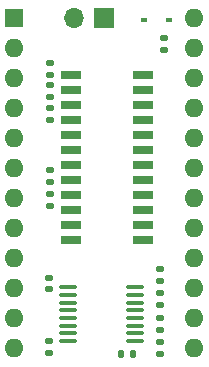
<source format=gbr>
%TF.GenerationSoftware,KiCad,Pcbnew,7.0.8-7.0.8~ubuntu23.04.1*%
%TF.CreationDate,2023-10-18T20:22:37+02:00*%
%TF.ProjectId,eprom_replacer2,6570726f-6d5f-4726-9570-6c6163657232,1.01*%
%TF.SameCoordinates,Original*%
%TF.FileFunction,Soldermask,Top*%
%TF.FilePolarity,Negative*%
%FSLAX46Y46*%
G04 Gerber Fmt 4.6, Leading zero omitted, Abs format (unit mm)*
G04 Created by KiCad (PCBNEW 7.0.8-7.0.8~ubuntu23.04.1) date 2023-10-18 20:22:37*
%MOMM*%
%LPD*%
G01*
G04 APERTURE LIST*
G04 Aperture macros list*
%AMRoundRect*
0 Rectangle with rounded corners*
0 $1 Rounding radius*
0 $2 $3 $4 $5 $6 $7 $8 $9 X,Y pos of 4 corners*
0 Add a 4 corners polygon primitive as box body*
4,1,4,$2,$3,$4,$5,$6,$7,$8,$9,$2,$3,0*
0 Add four circle primitives for the rounded corners*
1,1,$1+$1,$2,$3*
1,1,$1+$1,$4,$5*
1,1,$1+$1,$6,$7*
1,1,$1+$1,$8,$9*
0 Add four rect primitives between the rounded corners*
20,1,$1+$1,$2,$3,$4,$5,0*
20,1,$1+$1,$4,$5,$6,$7,0*
20,1,$1+$1,$6,$7,$8,$9,0*
20,1,$1+$1,$8,$9,$2,$3,0*%
G04 Aperture macros list end*
%ADD10RoundRect,0.135000X-0.185000X0.135000X-0.185000X-0.135000X0.185000X-0.135000X0.185000X0.135000X0*%
%ADD11RoundRect,0.100000X0.637500X0.100000X-0.637500X0.100000X-0.637500X-0.100000X0.637500X-0.100000X0*%
%ADD12RoundRect,0.140000X0.170000X-0.140000X0.170000X0.140000X-0.170000X0.140000X-0.170000X-0.140000X0*%
%ADD13RoundRect,0.135000X0.185000X-0.135000X0.185000X0.135000X-0.185000X0.135000X-0.185000X-0.135000X0*%
%ADD14R,1.700000X1.700000*%
%ADD15O,1.700000X1.700000*%
%ADD16R,0.600000X0.450000*%
%ADD17RoundRect,0.135000X0.135000X0.185000X-0.135000X0.185000X-0.135000X-0.185000X0.135000X-0.185000X0*%
%ADD18R,1.600000X1.600000*%
%ADD19O,1.600000X1.600000*%
%ADD20RoundRect,0.140000X-0.170000X0.140000X-0.170000X-0.140000X0.170000X-0.140000X0.170000X0.140000X0*%
%ADD21R,1.800000X0.760000*%
G04 APERTURE END LIST*
D10*
%TO.C,R8*%
X103860600Y-87399400D03*
X103860600Y-88419400D03*
%TD*%
D11*
%TO.C,U1*%
X111066500Y-107100800D03*
X111066500Y-106450800D03*
X111066500Y-105800800D03*
X111066500Y-105150800D03*
X111066500Y-104500800D03*
X111066500Y-103850800D03*
X111066500Y-103200800D03*
X111066500Y-102550800D03*
X105341500Y-102550800D03*
X105341500Y-103200800D03*
X105341500Y-103850800D03*
X105341500Y-104500800D03*
X105341500Y-105150800D03*
X105341500Y-105800800D03*
X105341500Y-106450800D03*
X105341500Y-107100800D03*
%TD*%
D10*
%TO.C,R4*%
X103886000Y-85443600D03*
X103886000Y-86463600D03*
%TD*%
D12*
%TO.C,C2*%
X103784400Y-102689600D03*
X103784400Y-101729600D03*
%TD*%
D10*
%TO.C,R2*%
X113131600Y-105179400D03*
X113131600Y-106199400D03*
%TD*%
%TO.C,R9*%
X113512600Y-81428400D03*
X113512600Y-82448400D03*
%TD*%
D13*
%TO.C,R12*%
X103886000Y-84533200D03*
X103886000Y-83513200D03*
%TD*%
D14*
%TO.C,J3*%
X108432600Y-79781400D03*
D15*
X105892600Y-79781400D03*
%TD*%
D10*
%TO.C,R3*%
X113131600Y-103020400D03*
X113131600Y-104040400D03*
%TD*%
D16*
%TO.C,D1*%
X111827600Y-79908400D03*
X113927600Y-79908400D03*
%TD*%
D17*
%TO.C,R11*%
X110847600Y-108229400D03*
X109827600Y-108229400D03*
%TD*%
D18*
%TO.C,J2*%
X100838000Y-79756000D03*
D19*
X100838000Y-82296000D03*
X100838000Y-84836000D03*
X100838000Y-87376000D03*
X100838000Y-89916000D03*
X100838000Y-92456000D03*
X100838000Y-94996000D03*
X100838000Y-97536000D03*
X100838000Y-100076000D03*
X100838000Y-102616000D03*
X100838000Y-105156000D03*
X100838000Y-107696000D03*
X116078000Y-107696000D03*
X116078000Y-105156000D03*
X116078000Y-102616000D03*
X116078000Y-100076000D03*
X116078000Y-97536000D03*
X116078000Y-94996000D03*
X116078000Y-92456000D03*
X116078000Y-89916000D03*
X116078000Y-87376000D03*
X116078000Y-84836000D03*
X116078000Y-82296000D03*
X116078000Y-79756000D03*
%TD*%
D13*
%TO.C,R1*%
X103886000Y-95658400D03*
X103886000Y-94638400D03*
%TD*%
D20*
%TO.C,C1*%
X103733600Y-107114400D03*
X103733600Y-108074400D03*
%TD*%
D21*
%TO.C,SW1*%
X111712000Y-98556600D03*
X111712000Y-97286600D03*
X111712000Y-96016600D03*
X111712000Y-94746600D03*
X111712000Y-93476600D03*
X111712000Y-92206600D03*
X111712000Y-90936600D03*
X111712000Y-89666600D03*
X111712000Y-88396600D03*
X111712000Y-87126600D03*
X111712000Y-85856600D03*
X111712000Y-84586600D03*
X105662000Y-84586600D03*
X105662000Y-85856600D03*
X105662000Y-87126600D03*
X105662000Y-88396600D03*
X105662000Y-89666600D03*
X105662000Y-90936600D03*
X105662000Y-92206600D03*
X105662000Y-93476600D03*
X105662000Y-94746600D03*
X105662000Y-96016600D03*
X105662000Y-97286600D03*
X105662000Y-98556600D03*
%TD*%
D10*
%TO.C,R5*%
X113131600Y-107211400D03*
X113131600Y-108231400D03*
%TD*%
%TO.C,R6*%
X103886000Y-92581000D03*
X103886000Y-93601000D03*
%TD*%
%TO.C,R7*%
X113131600Y-100988400D03*
X113131600Y-102008400D03*
%TD*%
M02*

</source>
